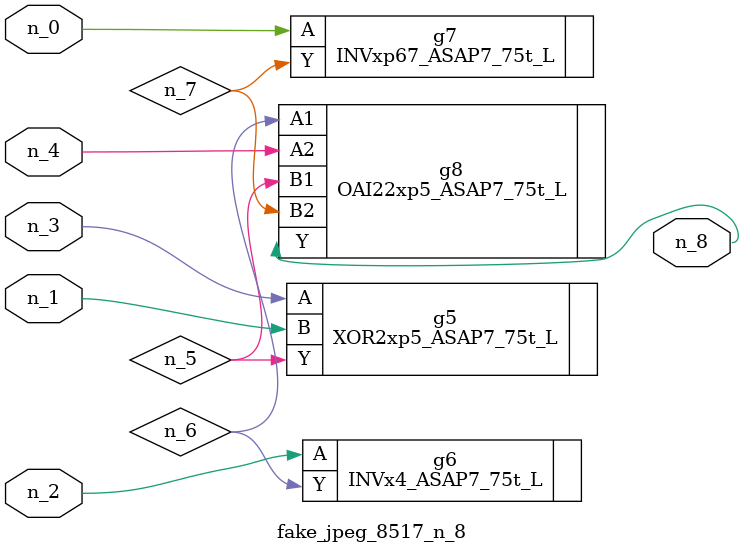
<source format=v>
module fake_jpeg_8517_n_8 (n_3, n_2, n_1, n_0, n_4, n_8);

input n_3;
input n_2;
input n_1;
input n_0;
input n_4;

output n_8;

wire n_6;
wire n_5;
wire n_7;

XOR2xp5_ASAP7_75t_L g5 ( 
.A(n_3),
.B(n_1),
.Y(n_5)
);

INVx4_ASAP7_75t_L g6 ( 
.A(n_2),
.Y(n_6)
);

INVxp67_ASAP7_75t_L g7 ( 
.A(n_0),
.Y(n_7)
);

OAI22xp5_ASAP7_75t_L g8 ( 
.A1(n_6),
.A2(n_4),
.B1(n_5),
.B2(n_7),
.Y(n_8)
);


endmodule
</source>
